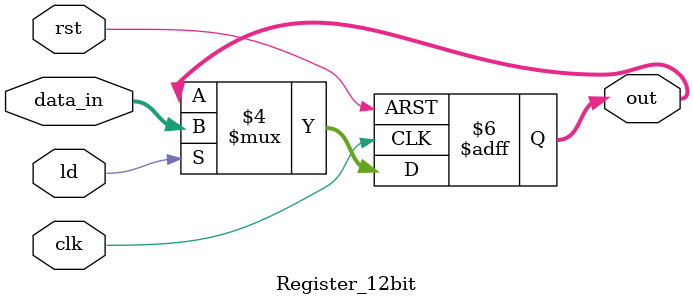
<source format=v>
module Register_12bit (input clk,rst,ld,input[11:0]data_in,output reg[11:0]out);
always@(posedge clk or posedge rst)
begin
  if(rst==1'b1)
  out<=1'b0;
  else if(ld==1'b1)
  out<=data_in;

end
endmodule
</source>
